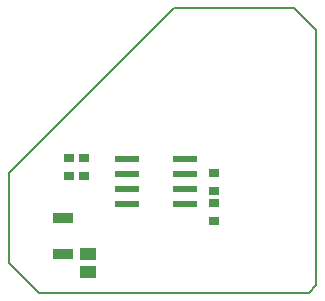
<source format=gtp>
G75*
%MOIN*%
%OFA0B0*%
%FSLAX25Y25*%
%IPPOS*%
%LPD*%
%AMOC8*
5,1,8,0,0,1.08239X$1,22.5*
%
%ADD10C,0.00600*%
%ADD11R,0.07992X0.02402*%
%ADD12R,0.06700X0.03600*%
%ADD13R,0.03402X0.03098*%
%ADD14R,0.05200X0.04250*%
D10*
X0011300Y0001300D02*
X0001300Y0011300D01*
X0001300Y0041300D01*
X0056300Y0096300D01*
X0096300Y0096300D01*
X0103800Y0088800D01*
X0103800Y0003800D01*
X0101300Y0001300D01*
X0011300Y0001300D01*
D11*
X0040800Y0030839D03*
X0040800Y0035839D03*
X0040800Y0040839D03*
X0040800Y0045839D03*
X0060091Y0045839D03*
X0060091Y0040839D03*
X0060091Y0035839D03*
X0060091Y0030839D03*
D12*
X0019300Y0026300D03*
X0019300Y0014300D03*
D13*
X0021300Y0040250D03*
X0026300Y0040252D03*
X0026300Y0046350D03*
X0021300Y0046348D03*
X0069800Y0041350D03*
X0069800Y0035252D03*
X0069800Y0031350D03*
X0069800Y0025252D03*
D14*
X0027800Y0014425D03*
X0027800Y0008175D03*
M02*

</source>
